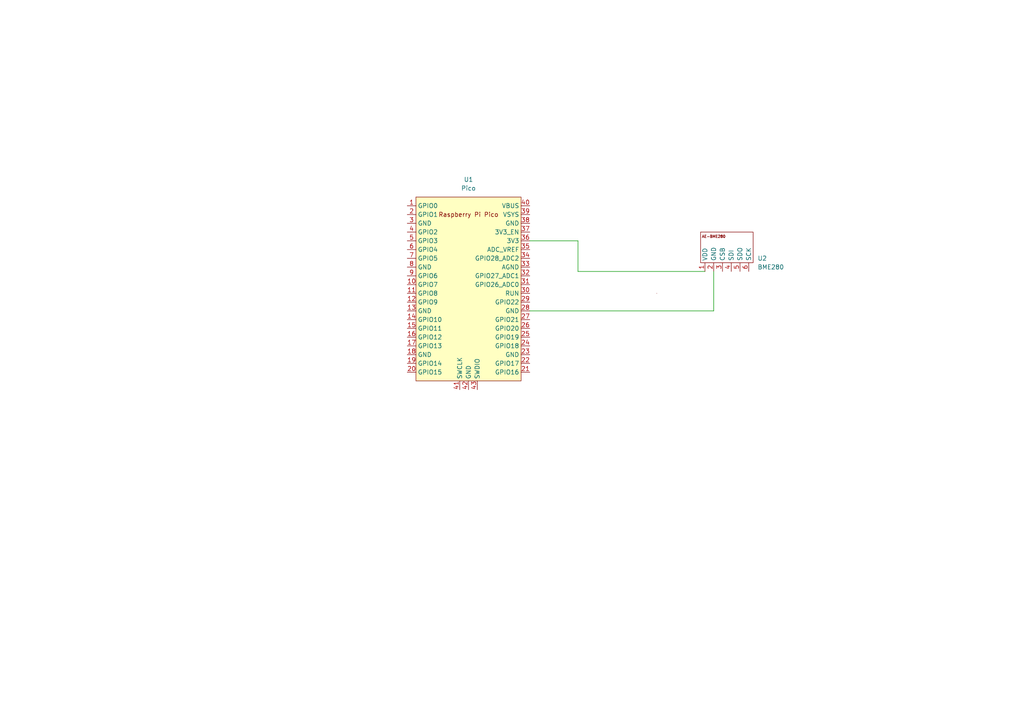
<source format=kicad_sch>
(kicad_sch (version 20231120) (generator "eeschema") (generator_version "8.0")
  (paper "A4")
  (lib_symbols
    (symbol "0_kasa_lib-2024-:BME280"
      (property "Reference" "U" (at 0 6.35 0))
      (property "Value" "BME280" (at 11.684 -5.588 0))
      (symbol "BME280_0_0"
        (text "AE-BME280" (at -3.81 3.81 0) (effects (font (size 0.762 0.762))))
      )
      (symbol "BME280_0_1"
        (rectangle (start -20.32 -12.7) (end -20.32 -12.7))
        (rectangle (start -7.62 5.08) (end 7.62 -3.81))
      )
      (symbol "BME280_1_1"
        (pin passive line (at -6.35 -6.35 90) (length 2.54) (name "VDD") (number "1"))
        (pin passive line (at -3.81 -6.35 90) (length 2.54) (name "GND") (number "2"))
        (pin passive line (at -1.27 -6.35 90) (length 2.54) (name "CSB") (number "3"))
        (pin passive line (at 1.27 -6.35 90) (length 2.54) (name "SDI") (number "4"))
        (pin passive line (at 3.81 -6.35 90) (length 2.54) (name "SDO") (number "5"))
        (pin passive line (at 6.35 -6.35 90) (length 2.54) (name "SCK") (number "6"))
      )
    )
    (symbol "MCU_RaspberryPi_and_Boards:Pico"
      (property "Reference" "U" (at -13.97 27.94 0))
      (property "Value" "Pico" (at 0 19.05 0))
      (symbol "Pico_0_0"
        (text "Raspberry Pi Pico" (at 0 21.59 0) (effects (font (size 1.27 1.27))))
      )
      (symbol "Pico_0_1"
        (rectangle (start -15.24 26.67) (end 15.24 -26.67) (fill (type background)))
      )
      (symbol "Pico_1_1"
        (pin bidirectional line (at -17.78 24.13 0) (length 2.54) (name "GPIO0") (number "1"))
        (pin bidirectional line (at -17.78 1.27 0) (length 2.54) (name "GPIO7") (number "10"))
        (pin bidirectional line (at -17.78 -1.27 0) (length 2.54) (name "GPIO8") (number "11"))
        (pin bidirectional line (at -17.78 -3.81 0) (length 2.54) (name "GPIO9") (number "12"))
        (pin power_in line (at -17.78 -6.35 0) (length 2.54) (name "GND") (number "13"))
        (pin bidirectional line (at -17.78 -8.89 0) (length 2.54) (name "GPIO10") (number "14"))
        (pin bidirectional line (at -17.78 -11.43 0) (length 2.54) (name "GPIO11") (number "15"))
        (pin bidirectional line (at -17.78 -13.97 0) (length 2.54) (name "GPIO12") (number "16"))
        (pin bidirectional line (at -17.78 -16.51 0) (length 2.54) (name "GPIO13") (number "17"))
        (pin power_in line (at -17.78 -19.05 0) (length 2.54) (name "GND") (number "18"))
        (pin bidirectional line (at -17.78 -21.59 0) (length 2.54) (name "GPIO14") (number "19"))
        (pin bidirectional line (at -17.78 21.59 0) (length 2.54) (name "GPIO1") (number "2"))
        (pin bidirectional line (at -17.78 -24.13 0) (length 2.54) (name "GPIO15") (number "20"))
        (pin bidirectional line (at 17.78 -24.13 180) (length 2.54) (name "GPIO16") (number "21"))
        (pin bidirectional line (at 17.78 -21.59 180) (length 2.54) (name "GPIO17") (number "22"))
        (pin power_in line (at 17.78 -19.05 180) (length 2.54) (name "GND") (number "23"))
        (pin bidirectional line (at 17.78 -16.51 180) (length 2.54) (name "GPIO18") (number "24"))
        (pin bidirectional line (at 17.78 -13.97 180) (length 2.54) (name "GPIO19") (number "25"))
        (pin bidirectional line (at 17.78 -11.43 180) (length 2.54) (name "GPIO20") (number "26"))
        (pin bidirectional line (at 17.78 -8.89 180) (length 2.54) (name "GPIO21") (number "27"))
        (pin power_in line (at 17.78 -6.35 180) (length 2.54) (name "GND") (number "28"))
        (pin bidirectional line (at 17.78 -3.81 180) (length 2.54) (name "GPIO22") (number "29"))
        (pin power_in line (at -17.78 19.05 0) (length 2.54) (name "GND") (number "3"))
        (pin input line (at 17.78 -1.27 180) (length 2.54) (name "RUN") (number "30"))
        (pin bidirectional line (at 17.78 1.27 180) (length 2.54) (name "GPIO26_ADC0") (number "31"))
        (pin bidirectional line (at 17.78 3.81 180) (length 2.54) (name "GPIO27_ADC1") (number "32"))
        (pin power_in line (at 17.78 6.35 180) (length 2.54) (name "AGND") (number "33"))
        (pin bidirectional line (at 17.78 8.89 180) (length 2.54) (name "GPIO28_ADC2") (number "34"))
        (pin power_in line (at 17.78 11.43 180) (length 2.54) (name "ADC_VREF") (number "35"))
        (pin power_in line (at 17.78 13.97 180) (length 2.54) (name "3V3") (number "36"))
        (pin input line (at 17.78 16.51 180) (length 2.54) (name "3V3_EN") (number "37"))
        (pin bidirectional line (at 17.78 19.05 180) (length 2.54) (name "GND") (number "38"))
        (pin power_in line (at 17.78 21.59 180) (length 2.54) (name "VSYS") (number "39"))
        (pin bidirectional line (at -17.78 16.51 0) (length 2.54) (name "GPIO2") (number "4"))
        (pin power_in line (at 17.78 24.13 180) (length 2.54) (name "VBUS") (number "40"))
        (pin input line (at -2.54 -29.21 90) (length 2.54) (name "SWCLK") (number "41"))
        (pin power_in line (at 0 -29.21 90) (length 2.54) (name "GND") (number "42"))
        (pin bidirectional line (at 2.54 -29.21 90) (length 2.54) (name "SWDIO") (number "43"))
        (pin bidirectional line (at -17.78 13.97 0) (length 2.54) (name "GPIO3") (number "5"))
        (pin bidirectional line (at -17.78 11.43 0) (length 2.54) (name "GPIO4") (number "6"))
        (pin bidirectional line (at -17.78 8.89 0) (length 2.54) (name "GPIO5") (number "7"))
        (pin power_in line (at -17.78 6.35 0) (length 2.54) (name "GND") (number "8"))
        (pin bidirectional line (at -17.78 3.81 0) (length 2.54) (name "GPIO6") (number "9"))
      )
    )
  )
  (wire (pts (xy 204.47 78.74) (xy 167.64 78.74)))
  (wire (pts (xy 167.64 69.85) (xy 153.67 69.85)))
  (wire (pts (xy 207.01 78.74) (xy 207.01 90.17)))
  (wire (pts (xy 167.64 78.74) (xy 167.64 69.85)))
  (wire (pts (xy 207.01 90.17) (xy 153.67 90.17)))
  (symbol (lib_id "0_kasa_lib-2024-:BME280") (at 210.82 72.39 0) (unit 1)
    (property "Reference" "U2" (at 219.71 74.9299 0) (effects (justify left)))
    (property "Value" "BME280" (at 219.71 77.4699 0) (effects (justify left)))
  )
  (symbol (lib_id "MCU_RaspberryPi_and_Boards:Pico") (at 135.89 83.82 0) (unit 1)
    (property "Reference" "U1" (at 135.89 52.07 0))
    (property "Value" "Pico" (at 135.89 54.61 0))
    (property "Footprint" "RPi_Pico:RPi_Pico_SMD_TH" (effects (hide yes)))
  )
)
</source>
